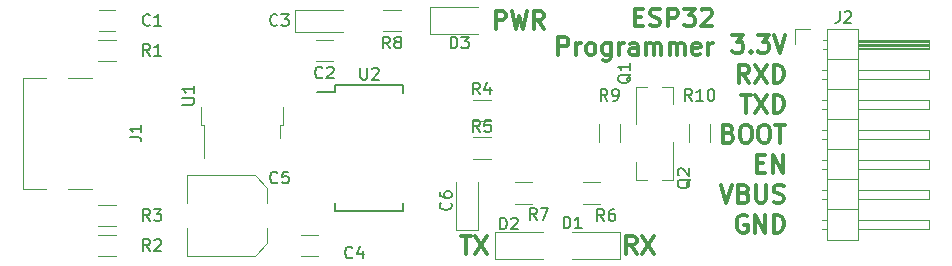
<source format=gbr>
%TF.GenerationSoftware,KiCad,Pcbnew,(6.0.10-dirty)*%
%TF.CreationDate,2022-12-24T01:30:52+01:00*%
%TF.ProjectId,esp32-cy7c65213-programmer,65737033-322d-4637-9937-633635323133,rev?*%
%TF.SameCoordinates,Original*%
%TF.FileFunction,Legend,Top*%
%TF.FilePolarity,Positive*%
%FSLAX46Y46*%
G04 Gerber Fmt 4.6, Leading zero omitted, Abs format (unit mm)*
G04 Created by KiCad (PCBNEW (6.0.10-dirty)) date 2022-12-24 01:30:52*
%MOMM*%
%LPD*%
G01*
G04 APERTURE LIST*
%ADD10C,0.300000*%
%ADD11C,0.150000*%
%ADD12C,0.120000*%
G04 APERTURE END LIST*
D10*
X130080000Y-99738571D02*
X130080000Y-98238571D01*
X130651428Y-98238571D01*
X130794285Y-98310000D01*
X130865714Y-98381428D01*
X130937142Y-98524285D01*
X130937142Y-98738571D01*
X130865714Y-98881428D01*
X130794285Y-98952857D01*
X130651428Y-99024285D01*
X130080000Y-99024285D01*
X131437142Y-98238571D02*
X131794285Y-99738571D01*
X132080000Y-98667142D01*
X132365714Y-99738571D01*
X132722857Y-98238571D01*
X134151428Y-99738571D02*
X133651428Y-99024285D01*
X133294285Y-99738571D02*
X133294285Y-98238571D01*
X133865714Y-98238571D01*
X134008571Y-98310000D01*
X134080000Y-98381428D01*
X134151428Y-98524285D01*
X134151428Y-98738571D01*
X134080000Y-98881428D01*
X134008571Y-98952857D01*
X133865714Y-99024285D01*
X133294285Y-99024285D01*
X152173571Y-111144857D02*
X152673571Y-111144857D01*
X152887857Y-111930571D02*
X152173571Y-111930571D01*
X152173571Y-110430571D01*
X152887857Y-110430571D01*
X153530714Y-111930571D02*
X153530714Y-110430571D01*
X154387857Y-111930571D01*
X154387857Y-110430571D01*
X150816428Y-105350571D02*
X151673571Y-105350571D01*
X151245000Y-106850571D02*
X151245000Y-105350571D01*
X152030714Y-105350571D02*
X153030714Y-106850571D01*
X153030714Y-105350571D02*
X152030714Y-106850571D01*
X153602142Y-106850571D02*
X153602142Y-105350571D01*
X153959285Y-105350571D01*
X154173571Y-105422000D01*
X154316428Y-105564857D01*
X154387857Y-105707714D01*
X154459285Y-105993428D01*
X154459285Y-106207714D01*
X154387857Y-106493428D01*
X154316428Y-106636285D01*
X154173571Y-106779142D01*
X153959285Y-106850571D01*
X153602142Y-106850571D01*
X141863285Y-98761357D02*
X142363285Y-98761357D01*
X142577571Y-99547071D02*
X141863285Y-99547071D01*
X141863285Y-98047071D01*
X142577571Y-98047071D01*
X143149000Y-99475642D02*
X143363285Y-99547071D01*
X143720428Y-99547071D01*
X143863285Y-99475642D01*
X143934714Y-99404214D01*
X144006142Y-99261357D01*
X144006142Y-99118500D01*
X143934714Y-98975642D01*
X143863285Y-98904214D01*
X143720428Y-98832785D01*
X143434714Y-98761357D01*
X143291857Y-98689928D01*
X143220428Y-98618500D01*
X143149000Y-98475642D01*
X143149000Y-98332785D01*
X143220428Y-98189928D01*
X143291857Y-98118500D01*
X143434714Y-98047071D01*
X143791857Y-98047071D01*
X144006142Y-98118500D01*
X144649000Y-99547071D02*
X144649000Y-98047071D01*
X145220428Y-98047071D01*
X145363285Y-98118500D01*
X145434714Y-98189928D01*
X145506142Y-98332785D01*
X145506142Y-98547071D01*
X145434714Y-98689928D01*
X145363285Y-98761357D01*
X145220428Y-98832785D01*
X144649000Y-98832785D01*
X146006142Y-98047071D02*
X146934714Y-98047071D01*
X146434714Y-98618500D01*
X146649000Y-98618500D01*
X146791857Y-98689928D01*
X146863285Y-98761357D01*
X146934714Y-98904214D01*
X146934714Y-99261357D01*
X146863285Y-99404214D01*
X146791857Y-99475642D01*
X146649000Y-99547071D01*
X146220428Y-99547071D01*
X146077571Y-99475642D01*
X146006142Y-99404214D01*
X147506142Y-98189928D02*
X147577571Y-98118500D01*
X147720428Y-98047071D01*
X148077571Y-98047071D01*
X148220428Y-98118500D01*
X148291857Y-98189928D01*
X148363285Y-98332785D01*
X148363285Y-98475642D01*
X148291857Y-98689928D01*
X147434714Y-99547071D01*
X148363285Y-99547071D01*
X135363285Y-101962071D02*
X135363285Y-100462071D01*
X135934714Y-100462071D01*
X136077571Y-100533500D01*
X136149000Y-100604928D01*
X136220428Y-100747785D01*
X136220428Y-100962071D01*
X136149000Y-101104928D01*
X136077571Y-101176357D01*
X135934714Y-101247785D01*
X135363285Y-101247785D01*
X136863285Y-101962071D02*
X136863285Y-100962071D01*
X136863285Y-101247785D02*
X136934714Y-101104928D01*
X137006142Y-101033500D01*
X137149000Y-100962071D01*
X137291857Y-100962071D01*
X138006142Y-101962071D02*
X137863285Y-101890642D01*
X137791857Y-101819214D01*
X137720428Y-101676357D01*
X137720428Y-101247785D01*
X137791857Y-101104928D01*
X137863285Y-101033500D01*
X138006142Y-100962071D01*
X138220428Y-100962071D01*
X138363285Y-101033500D01*
X138434714Y-101104928D01*
X138506142Y-101247785D01*
X138506142Y-101676357D01*
X138434714Y-101819214D01*
X138363285Y-101890642D01*
X138220428Y-101962071D01*
X138006142Y-101962071D01*
X139791857Y-100962071D02*
X139791857Y-102176357D01*
X139720428Y-102319214D01*
X139649000Y-102390642D01*
X139506142Y-102462071D01*
X139291857Y-102462071D01*
X139149000Y-102390642D01*
X139791857Y-101890642D02*
X139649000Y-101962071D01*
X139363285Y-101962071D01*
X139220428Y-101890642D01*
X139149000Y-101819214D01*
X139077571Y-101676357D01*
X139077571Y-101247785D01*
X139149000Y-101104928D01*
X139220428Y-101033500D01*
X139363285Y-100962071D01*
X139649000Y-100962071D01*
X139791857Y-101033500D01*
X140506142Y-101962071D02*
X140506142Y-100962071D01*
X140506142Y-101247785D02*
X140577571Y-101104928D01*
X140649000Y-101033500D01*
X140791857Y-100962071D01*
X140934714Y-100962071D01*
X142077571Y-101962071D02*
X142077571Y-101176357D01*
X142006142Y-101033500D01*
X141863285Y-100962071D01*
X141577571Y-100962071D01*
X141434714Y-101033500D01*
X142077571Y-101890642D02*
X141934714Y-101962071D01*
X141577571Y-101962071D01*
X141434714Y-101890642D01*
X141363285Y-101747785D01*
X141363285Y-101604928D01*
X141434714Y-101462071D01*
X141577571Y-101390642D01*
X141934714Y-101390642D01*
X142077571Y-101319214D01*
X142791857Y-101962071D02*
X142791857Y-100962071D01*
X142791857Y-101104928D02*
X142863285Y-101033500D01*
X143006142Y-100962071D01*
X143220428Y-100962071D01*
X143363285Y-101033500D01*
X143434714Y-101176357D01*
X143434714Y-101962071D01*
X143434714Y-101176357D02*
X143506142Y-101033500D01*
X143649000Y-100962071D01*
X143863285Y-100962071D01*
X144006142Y-101033500D01*
X144077571Y-101176357D01*
X144077571Y-101962071D01*
X144791857Y-101962071D02*
X144791857Y-100962071D01*
X144791857Y-101104928D02*
X144863285Y-101033500D01*
X145006142Y-100962071D01*
X145220428Y-100962071D01*
X145363285Y-101033500D01*
X145434714Y-101176357D01*
X145434714Y-101962071D01*
X145434714Y-101176357D02*
X145506142Y-101033500D01*
X145649000Y-100962071D01*
X145863285Y-100962071D01*
X146006142Y-101033500D01*
X146077571Y-101176357D01*
X146077571Y-101962071D01*
X147363285Y-101890642D02*
X147220428Y-101962071D01*
X146934714Y-101962071D01*
X146791857Y-101890642D01*
X146720428Y-101747785D01*
X146720428Y-101176357D01*
X146791857Y-101033500D01*
X146934714Y-100962071D01*
X147220428Y-100962071D01*
X147363285Y-101033500D01*
X147434714Y-101176357D01*
X147434714Y-101319214D01*
X146720428Y-101462071D01*
X148077571Y-101962071D02*
X148077571Y-100962071D01*
X148077571Y-101247785D02*
X148149000Y-101104928D01*
X148220428Y-101033500D01*
X148363285Y-100962071D01*
X148506142Y-100962071D01*
X151316428Y-115582000D02*
X151173571Y-115510571D01*
X150959285Y-115510571D01*
X150745000Y-115582000D01*
X150602142Y-115724857D01*
X150530714Y-115867714D01*
X150459285Y-116153428D01*
X150459285Y-116367714D01*
X150530714Y-116653428D01*
X150602142Y-116796285D01*
X150745000Y-116939142D01*
X150959285Y-117010571D01*
X151102142Y-117010571D01*
X151316428Y-116939142D01*
X151387857Y-116867714D01*
X151387857Y-116367714D01*
X151102142Y-116367714D01*
X152030714Y-117010571D02*
X152030714Y-115510571D01*
X152887857Y-117010571D01*
X152887857Y-115510571D01*
X153602142Y-117010571D02*
X153602142Y-115510571D01*
X153959285Y-115510571D01*
X154173571Y-115582000D01*
X154316428Y-115724857D01*
X154387857Y-115867714D01*
X154459285Y-116153428D01*
X154459285Y-116367714D01*
X154387857Y-116653428D01*
X154316428Y-116796285D01*
X154173571Y-116939142D01*
X153959285Y-117010571D01*
X153602142Y-117010571D01*
X151530714Y-104310571D02*
X151030714Y-103596285D01*
X150673571Y-104310571D02*
X150673571Y-102810571D01*
X151245000Y-102810571D01*
X151387857Y-102882000D01*
X151459285Y-102953428D01*
X151530714Y-103096285D01*
X151530714Y-103310571D01*
X151459285Y-103453428D01*
X151387857Y-103524857D01*
X151245000Y-103596285D01*
X150673571Y-103596285D01*
X152030714Y-102810571D02*
X153030714Y-104310571D01*
X153030714Y-102810571D02*
X152030714Y-104310571D01*
X153602142Y-104310571D02*
X153602142Y-102810571D01*
X153959285Y-102810571D01*
X154173571Y-102882000D01*
X154316428Y-103024857D01*
X154387857Y-103167714D01*
X154459285Y-103453428D01*
X154459285Y-103667714D01*
X154387857Y-103953428D01*
X154316428Y-104096285D01*
X154173571Y-104239142D01*
X153959285Y-104310571D01*
X153602142Y-104310571D01*
X141990000Y-118788571D02*
X141490000Y-118074285D01*
X141132857Y-118788571D02*
X141132857Y-117288571D01*
X141704285Y-117288571D01*
X141847142Y-117360000D01*
X141918571Y-117431428D01*
X141990000Y-117574285D01*
X141990000Y-117788571D01*
X141918571Y-117931428D01*
X141847142Y-118002857D01*
X141704285Y-118074285D01*
X141132857Y-118074285D01*
X142490000Y-117288571D02*
X143490000Y-118788571D01*
X143490000Y-117288571D02*
X142490000Y-118788571D01*
X149816428Y-108604857D02*
X150030714Y-108676285D01*
X150102142Y-108747714D01*
X150173571Y-108890571D01*
X150173571Y-109104857D01*
X150102142Y-109247714D01*
X150030714Y-109319142D01*
X149887857Y-109390571D01*
X149316428Y-109390571D01*
X149316428Y-107890571D01*
X149816428Y-107890571D01*
X149959285Y-107962000D01*
X150030714Y-108033428D01*
X150102142Y-108176285D01*
X150102142Y-108319142D01*
X150030714Y-108462000D01*
X149959285Y-108533428D01*
X149816428Y-108604857D01*
X149316428Y-108604857D01*
X151102142Y-107890571D02*
X151387857Y-107890571D01*
X151530714Y-107962000D01*
X151673571Y-108104857D01*
X151745000Y-108390571D01*
X151745000Y-108890571D01*
X151673571Y-109176285D01*
X151530714Y-109319142D01*
X151387857Y-109390571D01*
X151102142Y-109390571D01*
X150959285Y-109319142D01*
X150816428Y-109176285D01*
X150745000Y-108890571D01*
X150745000Y-108390571D01*
X150816428Y-108104857D01*
X150959285Y-107962000D01*
X151102142Y-107890571D01*
X152673571Y-107890571D02*
X152959285Y-107890571D01*
X153102142Y-107962000D01*
X153245000Y-108104857D01*
X153316428Y-108390571D01*
X153316428Y-108890571D01*
X153245000Y-109176285D01*
X153102142Y-109319142D01*
X152959285Y-109390571D01*
X152673571Y-109390571D01*
X152530714Y-109319142D01*
X152387857Y-109176285D01*
X152316428Y-108890571D01*
X152316428Y-108390571D01*
X152387857Y-108104857D01*
X152530714Y-107962000D01*
X152673571Y-107890571D01*
X153745000Y-107890571D02*
X154602142Y-107890571D01*
X154173571Y-109390571D02*
X154173571Y-107890571D01*
X149102142Y-112970571D02*
X149602142Y-114470571D01*
X150102142Y-112970571D01*
X151102142Y-113684857D02*
X151316428Y-113756285D01*
X151387857Y-113827714D01*
X151459285Y-113970571D01*
X151459285Y-114184857D01*
X151387857Y-114327714D01*
X151316428Y-114399142D01*
X151173571Y-114470571D01*
X150602142Y-114470571D01*
X150602142Y-112970571D01*
X151102142Y-112970571D01*
X151245000Y-113042000D01*
X151316428Y-113113428D01*
X151387857Y-113256285D01*
X151387857Y-113399142D01*
X151316428Y-113542000D01*
X151245000Y-113613428D01*
X151102142Y-113684857D01*
X150602142Y-113684857D01*
X152102142Y-112970571D02*
X152102142Y-114184857D01*
X152173571Y-114327714D01*
X152245000Y-114399142D01*
X152387857Y-114470571D01*
X152673571Y-114470571D01*
X152816428Y-114399142D01*
X152887857Y-114327714D01*
X152959285Y-114184857D01*
X152959285Y-112970571D01*
X153602142Y-114399142D02*
X153816428Y-114470571D01*
X154173571Y-114470571D01*
X154316428Y-114399142D01*
X154387857Y-114327714D01*
X154459285Y-114184857D01*
X154459285Y-114042000D01*
X154387857Y-113899142D01*
X154316428Y-113827714D01*
X154173571Y-113756285D01*
X153887857Y-113684857D01*
X153745000Y-113613428D01*
X153673571Y-113542000D01*
X153602142Y-113399142D01*
X153602142Y-113256285D01*
X153673571Y-113113428D01*
X153745000Y-113042000D01*
X153887857Y-112970571D01*
X154245000Y-112970571D01*
X154459285Y-113042000D01*
X150102142Y-100265571D02*
X151030714Y-100265571D01*
X150530714Y-100837000D01*
X150745000Y-100837000D01*
X150887857Y-100908428D01*
X150959285Y-100979857D01*
X151030714Y-101122714D01*
X151030714Y-101479857D01*
X150959285Y-101622714D01*
X150887857Y-101694142D01*
X150745000Y-101765571D01*
X150316428Y-101765571D01*
X150173571Y-101694142D01*
X150102142Y-101622714D01*
X151673571Y-101622714D02*
X151745000Y-101694142D01*
X151673571Y-101765571D01*
X151602142Y-101694142D01*
X151673571Y-101622714D01*
X151673571Y-101765571D01*
X152245000Y-100265571D02*
X153173571Y-100265571D01*
X152673571Y-100837000D01*
X152887857Y-100837000D01*
X153030714Y-100908428D01*
X153102142Y-100979857D01*
X153173571Y-101122714D01*
X153173571Y-101479857D01*
X153102142Y-101622714D01*
X153030714Y-101694142D01*
X152887857Y-101765571D01*
X152459285Y-101765571D01*
X152316428Y-101694142D01*
X152245000Y-101622714D01*
X153602142Y-100265571D02*
X154102142Y-101765571D01*
X154602142Y-100265571D01*
X127127142Y-117288571D02*
X127984285Y-117288571D01*
X127555714Y-118788571D02*
X127555714Y-117288571D01*
X128341428Y-117288571D02*
X129341428Y-118788571D01*
X129341428Y-117288571D02*
X128341428Y-118788571D01*
D11*
%TO.C,Q2*%
X146557619Y-112490238D02*
X146510000Y-112585476D01*
X146414761Y-112680714D01*
X146271904Y-112823571D01*
X146224285Y-112918809D01*
X146224285Y-113014047D01*
X146462380Y-112966428D02*
X146414761Y-113061666D01*
X146319523Y-113156904D01*
X146129047Y-113204523D01*
X145795714Y-113204523D01*
X145605238Y-113156904D01*
X145510000Y-113061666D01*
X145462380Y-112966428D01*
X145462380Y-112775952D01*
X145510000Y-112680714D01*
X145605238Y-112585476D01*
X145795714Y-112537857D01*
X146129047Y-112537857D01*
X146319523Y-112585476D01*
X146414761Y-112680714D01*
X146462380Y-112775952D01*
X146462380Y-112966428D01*
X145557619Y-112156904D02*
X145510000Y-112109285D01*
X145462380Y-112014047D01*
X145462380Y-111775952D01*
X145510000Y-111680714D01*
X145557619Y-111633095D01*
X145652857Y-111585476D01*
X145748095Y-111585476D01*
X145890952Y-111633095D01*
X146462380Y-112204523D01*
X146462380Y-111585476D01*
%TO.C,Q1*%
X141517619Y-103600238D02*
X141470000Y-103695476D01*
X141374761Y-103790714D01*
X141231904Y-103933571D01*
X141184285Y-104028809D01*
X141184285Y-104124047D01*
X141422380Y-104076428D02*
X141374761Y-104171666D01*
X141279523Y-104266904D01*
X141089047Y-104314523D01*
X140755714Y-104314523D01*
X140565238Y-104266904D01*
X140470000Y-104171666D01*
X140422380Y-104076428D01*
X140422380Y-103885952D01*
X140470000Y-103790714D01*
X140565238Y-103695476D01*
X140755714Y-103647857D01*
X141089047Y-103647857D01*
X141279523Y-103695476D01*
X141374761Y-103790714D01*
X141422380Y-103885952D01*
X141422380Y-104076428D01*
X141422380Y-102695476D02*
X141422380Y-103266904D01*
X141422380Y-102981190D02*
X140422380Y-102981190D01*
X140565238Y-103076428D01*
X140660476Y-103171666D01*
X140708095Y-103266904D01*
%TO.C,C4*%
X117943333Y-119102142D02*
X117895714Y-119149761D01*
X117752857Y-119197380D01*
X117657619Y-119197380D01*
X117514761Y-119149761D01*
X117419523Y-119054523D01*
X117371904Y-118959285D01*
X117324285Y-118768809D01*
X117324285Y-118625952D01*
X117371904Y-118435476D01*
X117419523Y-118340238D01*
X117514761Y-118245000D01*
X117657619Y-118197380D01*
X117752857Y-118197380D01*
X117895714Y-118245000D01*
X117943333Y-118292619D01*
X118800476Y-118530714D02*
X118800476Y-119197380D01*
X118562380Y-118149761D02*
X118324285Y-118864047D01*
X118943333Y-118864047D01*
%TO.C,J2*%
X159178666Y-98269380D02*
X159178666Y-98983666D01*
X159131047Y-99126523D01*
X159035809Y-99221761D01*
X158892952Y-99269380D01*
X158797714Y-99269380D01*
X159607238Y-98364619D02*
X159654857Y-98317000D01*
X159750095Y-98269380D01*
X159988190Y-98269380D01*
X160083428Y-98317000D01*
X160131047Y-98364619D01*
X160178666Y-98459857D01*
X160178666Y-98555095D01*
X160131047Y-98697952D01*
X159559619Y-99269380D01*
X160178666Y-99269380D01*
%TO.C,U1*%
X103537380Y-106171904D02*
X104346904Y-106171904D01*
X104442142Y-106124285D01*
X104489761Y-106076666D01*
X104537380Y-105981428D01*
X104537380Y-105790952D01*
X104489761Y-105695714D01*
X104442142Y-105648095D01*
X104346904Y-105600476D01*
X103537380Y-105600476D01*
X104537380Y-104600476D02*
X104537380Y-105171904D01*
X104537380Y-104886190D02*
X103537380Y-104886190D01*
X103680238Y-104981428D01*
X103775476Y-105076666D01*
X103823095Y-105171904D01*
%TO.C,C5*%
X111593333Y-112752142D02*
X111545714Y-112799761D01*
X111402857Y-112847380D01*
X111307619Y-112847380D01*
X111164761Y-112799761D01*
X111069523Y-112704523D01*
X111021904Y-112609285D01*
X110974285Y-112418809D01*
X110974285Y-112275952D01*
X111021904Y-112085476D01*
X111069523Y-111990238D01*
X111164761Y-111895000D01*
X111307619Y-111847380D01*
X111402857Y-111847380D01*
X111545714Y-111895000D01*
X111593333Y-111942619D01*
X112498095Y-111847380D02*
X112021904Y-111847380D01*
X111974285Y-112323571D01*
X112021904Y-112275952D01*
X112117142Y-112228333D01*
X112355238Y-112228333D01*
X112450476Y-112275952D01*
X112498095Y-112323571D01*
X112545714Y-112418809D01*
X112545714Y-112656904D01*
X112498095Y-112752142D01*
X112450476Y-112799761D01*
X112355238Y-112847380D01*
X112117142Y-112847380D01*
X112021904Y-112799761D01*
X111974285Y-112752142D01*
%TO.C,C3*%
X111593333Y-99417142D02*
X111545714Y-99464761D01*
X111402857Y-99512380D01*
X111307619Y-99512380D01*
X111164761Y-99464761D01*
X111069523Y-99369523D01*
X111021904Y-99274285D01*
X110974285Y-99083809D01*
X110974285Y-98940952D01*
X111021904Y-98750476D01*
X111069523Y-98655238D01*
X111164761Y-98560000D01*
X111307619Y-98512380D01*
X111402857Y-98512380D01*
X111545714Y-98560000D01*
X111593333Y-98607619D01*
X111926666Y-98512380D02*
X112545714Y-98512380D01*
X112212380Y-98893333D01*
X112355238Y-98893333D01*
X112450476Y-98940952D01*
X112498095Y-98988571D01*
X112545714Y-99083809D01*
X112545714Y-99321904D01*
X112498095Y-99417142D01*
X112450476Y-99464761D01*
X112355238Y-99512380D01*
X112069523Y-99512380D01*
X111974285Y-99464761D01*
X111926666Y-99417142D01*
%TO.C,R4*%
X128738333Y-105312380D02*
X128405000Y-104836190D01*
X128166904Y-105312380D02*
X128166904Y-104312380D01*
X128547857Y-104312380D01*
X128643095Y-104360000D01*
X128690714Y-104407619D01*
X128738333Y-104502857D01*
X128738333Y-104645714D01*
X128690714Y-104740952D01*
X128643095Y-104788571D01*
X128547857Y-104836190D01*
X128166904Y-104836190D01*
X129595476Y-104645714D02*
X129595476Y-105312380D01*
X129357380Y-104264761D02*
X129119285Y-104979047D01*
X129738333Y-104979047D01*
%TO.C,C2*%
X115403333Y-103862142D02*
X115355714Y-103909761D01*
X115212857Y-103957380D01*
X115117619Y-103957380D01*
X114974761Y-103909761D01*
X114879523Y-103814523D01*
X114831904Y-103719285D01*
X114784285Y-103528809D01*
X114784285Y-103385952D01*
X114831904Y-103195476D01*
X114879523Y-103100238D01*
X114974761Y-103005000D01*
X115117619Y-102957380D01*
X115212857Y-102957380D01*
X115355714Y-103005000D01*
X115403333Y-103052619D01*
X115784285Y-103052619D02*
X115831904Y-103005000D01*
X115927142Y-102957380D01*
X116165238Y-102957380D01*
X116260476Y-103005000D01*
X116308095Y-103052619D01*
X116355714Y-103147857D01*
X116355714Y-103243095D01*
X116308095Y-103385952D01*
X115736666Y-103957380D01*
X116355714Y-103957380D01*
%TO.C,R5*%
X128738333Y-108487380D02*
X128405000Y-108011190D01*
X128166904Y-108487380D02*
X128166904Y-107487380D01*
X128547857Y-107487380D01*
X128643095Y-107535000D01*
X128690714Y-107582619D01*
X128738333Y-107677857D01*
X128738333Y-107820714D01*
X128690714Y-107915952D01*
X128643095Y-107963571D01*
X128547857Y-108011190D01*
X128166904Y-108011190D01*
X129643095Y-107487380D02*
X129166904Y-107487380D01*
X129119285Y-107963571D01*
X129166904Y-107915952D01*
X129262142Y-107868333D01*
X129500238Y-107868333D01*
X129595476Y-107915952D01*
X129643095Y-107963571D01*
X129690714Y-108058809D01*
X129690714Y-108296904D01*
X129643095Y-108392142D01*
X129595476Y-108439761D01*
X129500238Y-108487380D01*
X129262142Y-108487380D01*
X129166904Y-108439761D01*
X129119285Y-108392142D01*
%TO.C,R8*%
X121118333Y-101417380D02*
X120785000Y-100941190D01*
X120546904Y-101417380D02*
X120546904Y-100417380D01*
X120927857Y-100417380D01*
X121023095Y-100465000D01*
X121070714Y-100512619D01*
X121118333Y-100607857D01*
X121118333Y-100750714D01*
X121070714Y-100845952D01*
X121023095Y-100893571D01*
X120927857Y-100941190D01*
X120546904Y-100941190D01*
X121689761Y-100845952D02*
X121594523Y-100798333D01*
X121546904Y-100750714D01*
X121499285Y-100655476D01*
X121499285Y-100607857D01*
X121546904Y-100512619D01*
X121594523Y-100465000D01*
X121689761Y-100417380D01*
X121880238Y-100417380D01*
X121975476Y-100465000D01*
X122023095Y-100512619D01*
X122070714Y-100607857D01*
X122070714Y-100655476D01*
X122023095Y-100750714D01*
X121975476Y-100798333D01*
X121880238Y-100845952D01*
X121689761Y-100845952D01*
X121594523Y-100893571D01*
X121546904Y-100941190D01*
X121499285Y-101036428D01*
X121499285Y-101226904D01*
X121546904Y-101322142D01*
X121594523Y-101369761D01*
X121689761Y-101417380D01*
X121880238Y-101417380D01*
X121975476Y-101369761D01*
X122023095Y-101322142D01*
X122070714Y-101226904D01*
X122070714Y-101036428D01*
X122023095Y-100941190D01*
X121975476Y-100893571D01*
X121880238Y-100845952D01*
%TO.C,R1*%
X100798333Y-102052380D02*
X100465000Y-101576190D01*
X100226904Y-102052380D02*
X100226904Y-101052380D01*
X100607857Y-101052380D01*
X100703095Y-101100000D01*
X100750714Y-101147619D01*
X100798333Y-101242857D01*
X100798333Y-101385714D01*
X100750714Y-101480952D01*
X100703095Y-101528571D01*
X100607857Y-101576190D01*
X100226904Y-101576190D01*
X101750714Y-102052380D02*
X101179285Y-102052380D01*
X101465000Y-102052380D02*
X101465000Y-101052380D01*
X101369761Y-101195238D01*
X101274523Y-101290476D01*
X101179285Y-101338095D01*
%TO.C,R6*%
X139253333Y-116022380D02*
X138920000Y-115546190D01*
X138681904Y-116022380D02*
X138681904Y-115022380D01*
X139062857Y-115022380D01*
X139158095Y-115070000D01*
X139205714Y-115117619D01*
X139253333Y-115212857D01*
X139253333Y-115355714D01*
X139205714Y-115450952D01*
X139158095Y-115498571D01*
X139062857Y-115546190D01*
X138681904Y-115546190D01*
X140110476Y-115022380D02*
X139920000Y-115022380D01*
X139824761Y-115070000D01*
X139777142Y-115117619D01*
X139681904Y-115260476D01*
X139634285Y-115450952D01*
X139634285Y-115831904D01*
X139681904Y-115927142D01*
X139729523Y-115974761D01*
X139824761Y-116022380D01*
X140015238Y-116022380D01*
X140110476Y-115974761D01*
X140158095Y-115927142D01*
X140205714Y-115831904D01*
X140205714Y-115593809D01*
X140158095Y-115498571D01*
X140110476Y-115450952D01*
X140015238Y-115403333D01*
X139824761Y-115403333D01*
X139729523Y-115450952D01*
X139681904Y-115498571D01*
X139634285Y-115593809D01*
%TO.C,R7*%
X133538333Y-115937380D02*
X133205000Y-115461190D01*
X132966904Y-115937380D02*
X132966904Y-114937380D01*
X133347857Y-114937380D01*
X133443095Y-114985000D01*
X133490714Y-115032619D01*
X133538333Y-115127857D01*
X133538333Y-115270714D01*
X133490714Y-115365952D01*
X133443095Y-115413571D01*
X133347857Y-115461190D01*
X132966904Y-115461190D01*
X133871666Y-114937380D02*
X134538333Y-114937380D01*
X134109761Y-115937380D01*
%TO.C,R3*%
X100798333Y-116022380D02*
X100465000Y-115546190D01*
X100226904Y-116022380D02*
X100226904Y-115022380D01*
X100607857Y-115022380D01*
X100703095Y-115070000D01*
X100750714Y-115117619D01*
X100798333Y-115212857D01*
X100798333Y-115355714D01*
X100750714Y-115450952D01*
X100703095Y-115498571D01*
X100607857Y-115546190D01*
X100226904Y-115546190D01*
X101131666Y-115022380D02*
X101750714Y-115022380D01*
X101417380Y-115403333D01*
X101560238Y-115403333D01*
X101655476Y-115450952D01*
X101703095Y-115498571D01*
X101750714Y-115593809D01*
X101750714Y-115831904D01*
X101703095Y-115927142D01*
X101655476Y-115974761D01*
X101560238Y-116022380D01*
X101274523Y-116022380D01*
X101179285Y-115974761D01*
X101131666Y-115927142D01*
%TO.C,J1*%
X99077380Y-108918333D02*
X99791666Y-108918333D01*
X99934523Y-108965952D01*
X100029761Y-109061190D01*
X100077380Y-109204047D01*
X100077380Y-109299285D01*
X100077380Y-107918333D02*
X100077380Y-108489761D01*
X100077380Y-108204047D02*
X99077380Y-108204047D01*
X99220238Y-108299285D01*
X99315476Y-108394523D01*
X99363095Y-108489761D01*
%TO.C,D1*%
X135811904Y-116657380D02*
X135811904Y-115657380D01*
X136050000Y-115657380D01*
X136192857Y-115705000D01*
X136288095Y-115800238D01*
X136335714Y-115895476D01*
X136383333Y-116085952D01*
X136383333Y-116228809D01*
X136335714Y-116419285D01*
X136288095Y-116514523D01*
X136192857Y-116609761D01*
X136050000Y-116657380D01*
X135811904Y-116657380D01*
X137335714Y-116657380D02*
X136764285Y-116657380D01*
X137050000Y-116657380D02*
X137050000Y-115657380D01*
X136954761Y-115800238D01*
X136859523Y-115895476D01*
X136764285Y-115943095D01*
%TO.C,R2*%
X100798333Y-118562380D02*
X100465000Y-118086190D01*
X100226904Y-118562380D02*
X100226904Y-117562380D01*
X100607857Y-117562380D01*
X100703095Y-117610000D01*
X100750714Y-117657619D01*
X100798333Y-117752857D01*
X100798333Y-117895714D01*
X100750714Y-117990952D01*
X100703095Y-118038571D01*
X100607857Y-118086190D01*
X100226904Y-118086190D01*
X101179285Y-117657619D02*
X101226904Y-117610000D01*
X101322142Y-117562380D01*
X101560238Y-117562380D01*
X101655476Y-117610000D01*
X101703095Y-117657619D01*
X101750714Y-117752857D01*
X101750714Y-117848095D01*
X101703095Y-117990952D01*
X101131666Y-118562380D01*
X101750714Y-118562380D01*
%TO.C,C1*%
X100798333Y-99417142D02*
X100750714Y-99464761D01*
X100607857Y-99512380D01*
X100512619Y-99512380D01*
X100369761Y-99464761D01*
X100274523Y-99369523D01*
X100226904Y-99274285D01*
X100179285Y-99083809D01*
X100179285Y-98940952D01*
X100226904Y-98750476D01*
X100274523Y-98655238D01*
X100369761Y-98560000D01*
X100512619Y-98512380D01*
X100607857Y-98512380D01*
X100750714Y-98560000D01*
X100798333Y-98607619D01*
X101750714Y-99512380D02*
X101179285Y-99512380D01*
X101465000Y-99512380D02*
X101465000Y-98512380D01*
X101369761Y-98655238D01*
X101274523Y-98750476D01*
X101179285Y-98798095D01*
%TO.C,R9*%
X139533333Y-105862380D02*
X139200000Y-105386190D01*
X138961904Y-105862380D02*
X138961904Y-104862380D01*
X139342857Y-104862380D01*
X139438095Y-104910000D01*
X139485714Y-104957619D01*
X139533333Y-105052857D01*
X139533333Y-105195714D01*
X139485714Y-105290952D01*
X139438095Y-105338571D01*
X139342857Y-105386190D01*
X138961904Y-105386190D01*
X140009523Y-105862380D02*
X140200000Y-105862380D01*
X140295238Y-105814761D01*
X140342857Y-105767142D01*
X140438095Y-105624285D01*
X140485714Y-105433809D01*
X140485714Y-105052857D01*
X140438095Y-104957619D01*
X140390476Y-104910000D01*
X140295238Y-104862380D01*
X140104761Y-104862380D01*
X140009523Y-104910000D01*
X139961904Y-104957619D01*
X139914285Y-105052857D01*
X139914285Y-105290952D01*
X139961904Y-105386190D01*
X140009523Y-105433809D01*
X140104761Y-105481428D01*
X140295238Y-105481428D01*
X140390476Y-105433809D01*
X140438095Y-105386190D01*
X140485714Y-105290952D01*
%TO.C,C6*%
X126242142Y-114466666D02*
X126289761Y-114514285D01*
X126337380Y-114657142D01*
X126337380Y-114752380D01*
X126289761Y-114895238D01*
X126194523Y-114990476D01*
X126099285Y-115038095D01*
X125908809Y-115085714D01*
X125765952Y-115085714D01*
X125575476Y-115038095D01*
X125480238Y-114990476D01*
X125385000Y-114895238D01*
X125337380Y-114752380D01*
X125337380Y-114657142D01*
X125385000Y-114514285D01*
X125432619Y-114466666D01*
X125337380Y-113609523D02*
X125337380Y-113800000D01*
X125385000Y-113895238D01*
X125432619Y-113942857D01*
X125575476Y-114038095D01*
X125765952Y-114085714D01*
X126146904Y-114085714D01*
X126242142Y-114038095D01*
X126289761Y-113990476D01*
X126337380Y-113895238D01*
X126337380Y-113704761D01*
X126289761Y-113609523D01*
X126242142Y-113561904D01*
X126146904Y-113514285D01*
X125908809Y-113514285D01*
X125813571Y-113561904D01*
X125765952Y-113609523D01*
X125718333Y-113704761D01*
X125718333Y-113895238D01*
X125765952Y-113990476D01*
X125813571Y-114038095D01*
X125908809Y-114085714D01*
%TO.C,D2*%
X130426904Y-116742380D02*
X130426904Y-115742380D01*
X130665000Y-115742380D01*
X130807857Y-115790000D01*
X130903095Y-115885238D01*
X130950714Y-115980476D01*
X130998333Y-116170952D01*
X130998333Y-116313809D01*
X130950714Y-116504285D01*
X130903095Y-116599523D01*
X130807857Y-116694761D01*
X130665000Y-116742380D01*
X130426904Y-116742380D01*
X131379285Y-115837619D02*
X131426904Y-115790000D01*
X131522142Y-115742380D01*
X131760238Y-115742380D01*
X131855476Y-115790000D01*
X131903095Y-115837619D01*
X131950714Y-115932857D01*
X131950714Y-116028095D01*
X131903095Y-116170952D01*
X131331666Y-116742380D01*
X131950714Y-116742380D01*
%TO.C,U2*%
X118618095Y-103057380D02*
X118618095Y-103866904D01*
X118665714Y-103962142D01*
X118713333Y-104009761D01*
X118808571Y-104057380D01*
X118999047Y-104057380D01*
X119094285Y-104009761D01*
X119141904Y-103962142D01*
X119189523Y-103866904D01*
X119189523Y-103057380D01*
X119618095Y-103152619D02*
X119665714Y-103105000D01*
X119760952Y-103057380D01*
X119999047Y-103057380D01*
X120094285Y-103105000D01*
X120141904Y-103152619D01*
X120189523Y-103247857D01*
X120189523Y-103343095D01*
X120141904Y-103485952D01*
X119570476Y-104057380D01*
X120189523Y-104057380D01*
%TO.C,D3*%
X126261904Y-101417380D02*
X126261904Y-100417380D01*
X126500000Y-100417380D01*
X126642857Y-100465000D01*
X126738095Y-100560238D01*
X126785714Y-100655476D01*
X126833333Y-100845952D01*
X126833333Y-100988809D01*
X126785714Y-101179285D01*
X126738095Y-101274523D01*
X126642857Y-101369761D01*
X126500000Y-101417380D01*
X126261904Y-101417380D01*
X127166666Y-100417380D02*
X127785714Y-100417380D01*
X127452380Y-100798333D01*
X127595238Y-100798333D01*
X127690476Y-100845952D01*
X127738095Y-100893571D01*
X127785714Y-100988809D01*
X127785714Y-101226904D01*
X127738095Y-101322142D01*
X127690476Y-101369761D01*
X127595238Y-101417380D01*
X127309523Y-101417380D01*
X127214285Y-101369761D01*
X127166666Y-101322142D01*
%TO.C,R10*%
X146677142Y-105862380D02*
X146343809Y-105386190D01*
X146105714Y-105862380D02*
X146105714Y-104862380D01*
X146486666Y-104862380D01*
X146581904Y-104910000D01*
X146629523Y-104957619D01*
X146677142Y-105052857D01*
X146677142Y-105195714D01*
X146629523Y-105290952D01*
X146581904Y-105338571D01*
X146486666Y-105386190D01*
X146105714Y-105386190D01*
X147629523Y-105862380D02*
X147058095Y-105862380D01*
X147343809Y-105862380D02*
X147343809Y-104862380D01*
X147248571Y-105005238D01*
X147153333Y-105100476D01*
X147058095Y-105148095D01*
X148248571Y-104862380D02*
X148343809Y-104862380D01*
X148439047Y-104910000D01*
X148486666Y-104957619D01*
X148534285Y-105052857D01*
X148581904Y-105243333D01*
X148581904Y-105481428D01*
X148534285Y-105671904D01*
X148486666Y-105767142D01*
X148439047Y-105814761D01*
X148343809Y-105862380D01*
X148248571Y-105862380D01*
X148153333Y-105814761D01*
X148105714Y-105767142D01*
X148058095Y-105671904D01*
X148010476Y-105481428D01*
X148010476Y-105243333D01*
X148058095Y-105052857D01*
X148105714Y-104957619D01*
X148153333Y-104910000D01*
X148248571Y-104862380D01*
D12*
%TO.C,Q2*%
X145090000Y-112520000D02*
X145090000Y-109360000D01*
X141930000Y-112520000D02*
X141930000Y-111060000D01*
X141930000Y-112520000D02*
X142860000Y-112520000D01*
X145090000Y-112520000D02*
X144160000Y-112520000D01*
%TO.C,Q1*%
X141930000Y-104650000D02*
X141930000Y-107810000D01*
X145090000Y-104650000D02*
X145090000Y-106110000D01*
X145090000Y-104650000D02*
X144160000Y-104650000D01*
X141930000Y-104650000D02*
X142860000Y-104650000D01*
%TO.C,C4*%
X115011252Y-119020000D02*
X113588748Y-119020000D01*
X115011252Y-117200000D02*
X113588748Y-117200000D01*
%TO.C,J2*%
X158101000Y-102357000D02*
X160761000Y-102357000D01*
X157703929Y-110867000D02*
X158101000Y-110867000D01*
X166761000Y-104007000D02*
X160761000Y-104007000D01*
X166761000Y-103247000D02*
X166761000Y-104007000D01*
X166761000Y-116707000D02*
X160761000Y-116707000D01*
X160761000Y-103247000D02*
X166761000Y-103247000D01*
X160761000Y-101127000D02*
X166761000Y-101127000D01*
X160761000Y-101007000D02*
X166761000Y-101007000D01*
X157703929Y-108327000D02*
X158101000Y-108327000D01*
X166761000Y-106547000D02*
X160761000Y-106547000D01*
X160761000Y-105787000D02*
X166761000Y-105787000D01*
X160761000Y-113407000D02*
X166761000Y-113407000D01*
X158101000Y-112517000D02*
X160761000Y-112517000D01*
X157703929Y-115947000D02*
X158101000Y-115947000D01*
X160761000Y-101367000D02*
X166761000Y-101367000D01*
X158101000Y-115057000D02*
X160761000Y-115057000D01*
X166761000Y-110867000D02*
X166761000Y-111627000D01*
X160761000Y-100887000D02*
X166761000Y-100887000D01*
X160761000Y-108327000D02*
X166761000Y-108327000D01*
X166761000Y-108327000D02*
X166761000Y-109087000D01*
X157771000Y-100707000D02*
X158101000Y-100707000D01*
X166761000Y-114167000D02*
X160761000Y-114167000D01*
X160761000Y-110867000D02*
X166761000Y-110867000D01*
X158101000Y-99757000D02*
X158101000Y-117657000D01*
X160761000Y-117657000D02*
X160761000Y-99757000D01*
X160761000Y-101247000D02*
X166761000Y-101247000D01*
X166761000Y-115947000D02*
X166761000Y-116707000D01*
X158101000Y-104897000D02*
X160761000Y-104897000D01*
X157703929Y-105787000D02*
X158101000Y-105787000D01*
X155391000Y-101087000D02*
X155391000Y-99817000D01*
X157703929Y-114167000D02*
X158101000Y-114167000D01*
X158101000Y-109977000D02*
X160761000Y-109977000D01*
X155391000Y-99817000D02*
X156661000Y-99817000D01*
X158101000Y-117657000D02*
X160761000Y-117657000D01*
X166761000Y-100707000D02*
X166761000Y-101467000D01*
X166761000Y-111627000D02*
X160761000Y-111627000D01*
X166761000Y-105787000D02*
X166761000Y-106547000D01*
X157703929Y-106547000D02*
X158101000Y-106547000D01*
X157771000Y-101467000D02*
X158101000Y-101467000D01*
X160761000Y-115947000D02*
X166761000Y-115947000D01*
X157703929Y-116707000D02*
X158101000Y-116707000D01*
X158101000Y-107437000D02*
X160761000Y-107437000D01*
X160761000Y-100767000D02*
X166761000Y-100767000D01*
X157703929Y-103247000D02*
X158101000Y-103247000D01*
X157703929Y-113407000D02*
X158101000Y-113407000D01*
X157703929Y-111627000D02*
X158101000Y-111627000D01*
X166761000Y-101467000D02*
X160761000Y-101467000D01*
X157703929Y-104007000D02*
X158101000Y-104007000D01*
X166761000Y-113407000D02*
X166761000Y-114167000D01*
X160761000Y-100707000D02*
X166761000Y-100707000D01*
X157703929Y-109087000D02*
X158101000Y-109087000D01*
X166761000Y-109087000D02*
X160761000Y-109087000D01*
X160761000Y-99757000D02*
X158101000Y-99757000D01*
%TO.C,U1*%
X105405000Y-107880000D02*
X105405000Y-110710000D01*
X105135000Y-106380000D02*
X105135000Y-107880000D01*
X111765000Y-107880000D02*
X111765000Y-108980000D01*
X112035000Y-106380000D02*
X112035000Y-107880000D01*
X105135000Y-107880000D02*
X105405000Y-107880000D01*
X112035000Y-107880000D02*
X111765000Y-107880000D01*
%TO.C,C5*%
X103905000Y-112160000D02*
X103905000Y-114510000D01*
X110725000Y-117915563D02*
X110725000Y-116630000D01*
X109660563Y-112160000D02*
X103905000Y-112160000D01*
X110725000Y-113224437D02*
X109660563Y-112160000D01*
X109660563Y-118980000D02*
X103905000Y-118980000D01*
X103905000Y-118980000D02*
X103905000Y-116630000D01*
X110725000Y-113224437D02*
X110725000Y-114510000D01*
X110725000Y-117915563D02*
X109660563Y-118980000D01*
%TO.C,C3*%
X117170000Y-98125000D02*
X113085000Y-98125000D01*
X113085000Y-98125000D02*
X113085000Y-99995000D01*
X113085000Y-99995000D02*
X117170000Y-99995000D01*
%TO.C,R4*%
X128177936Y-107590000D02*
X129632064Y-107590000D01*
X128177936Y-105770000D02*
X129632064Y-105770000D01*
%TO.C,C2*%
X114858748Y-100690000D02*
X116281252Y-100690000D01*
X114858748Y-102510000D02*
X116281252Y-102510000D01*
%TO.C,R5*%
X128177936Y-110765000D02*
X129632064Y-110765000D01*
X128177936Y-108945000D02*
X129632064Y-108945000D01*
%TO.C,R8*%
X122012064Y-99970000D02*
X120557936Y-99970000D01*
X122012064Y-98150000D02*
X120557936Y-98150000D01*
%TO.C,R1*%
X96427936Y-102510000D02*
X97882064Y-102510000D01*
X96427936Y-100690000D02*
X97882064Y-100690000D01*
%TO.C,R6*%
X137422936Y-112755000D02*
X138877064Y-112755000D01*
X137422936Y-114575000D02*
X138877064Y-114575000D01*
%TO.C,R7*%
X133162064Y-112755000D02*
X131707936Y-112755000D01*
X133162064Y-114575000D02*
X131707936Y-114575000D01*
%TO.C,R3*%
X96427936Y-114660000D02*
X97882064Y-114660000D01*
X96427936Y-116480000D02*
X97882064Y-116480000D01*
%TO.C,J1*%
X91980000Y-103885000D02*
X90080000Y-103885000D01*
X95880000Y-113285000D02*
X93880000Y-113285000D01*
X91980000Y-113285000D02*
X90080000Y-113285000D01*
X95880000Y-103885000D02*
X93880000Y-103885000D01*
X90080000Y-103885000D02*
X90080000Y-113285000D01*
%TO.C,D1*%
X136550000Y-119245000D02*
X140610000Y-119245000D01*
X140610000Y-116975000D02*
X136550000Y-116975000D01*
X140610000Y-119245000D02*
X140610000Y-116975000D01*
%TO.C,R2*%
X96427936Y-119020000D02*
X97882064Y-119020000D01*
X96427936Y-117200000D02*
X97882064Y-117200000D01*
%TO.C,C1*%
X96443748Y-98150000D02*
X97866252Y-98150000D01*
X96443748Y-99970000D02*
X97866252Y-99970000D01*
%TO.C,R9*%
X140610000Y-109312064D02*
X140610000Y-107857936D01*
X138790000Y-109312064D02*
X138790000Y-107857936D01*
%TO.C,C6*%
X126700000Y-112700000D02*
X126700000Y-116785000D01*
X128570000Y-116785000D02*
X128570000Y-112700000D01*
X126700000Y-116785000D02*
X128570000Y-116785000D01*
%TO.C,D2*%
X129975000Y-119245000D02*
X134035000Y-119245000D01*
X129975000Y-116975000D02*
X129975000Y-119245000D01*
X134035000Y-116975000D02*
X129975000Y-116975000D01*
D11*
%TO.C,U2*%
X116505000Y-104530000D02*
X116505000Y-105105000D01*
X116505000Y-115180000D02*
X116505000Y-114530000D01*
X116505000Y-115180000D02*
X122255000Y-115180000D01*
X122255000Y-115180000D02*
X122255000Y-114530000D01*
X116505000Y-104530000D02*
X122255000Y-104530000D01*
X116505000Y-105105000D02*
X114905000Y-105105000D01*
X122255000Y-104530000D02*
X122255000Y-105180000D01*
D12*
%TO.C,D3*%
X124540000Y-100195000D02*
X128600000Y-100195000D01*
X124540000Y-97925000D02*
X124540000Y-100195000D01*
X128600000Y-97925000D02*
X124540000Y-97925000D01*
%TO.C,R10*%
X146410000Y-107857936D02*
X146410000Y-109312064D01*
X148230000Y-107857936D02*
X148230000Y-109312064D01*
%TD*%
M02*

</source>
